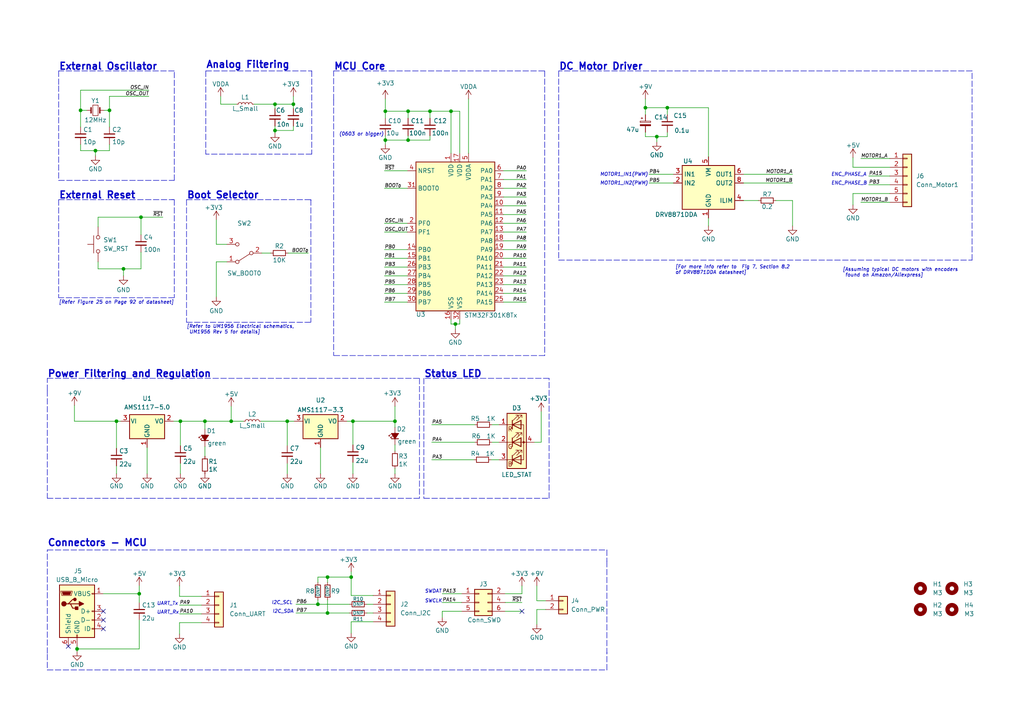
<source format=kicad_sch>
(kicad_sch (version 20211123) (generator eeschema)
  (paper "A4")
  (title_block (title "STM32F303K8-based DC Motor Controller") (date "2023-01-18") (rev "0.1"))
  (lib_symbols
    (symbol "Connector:USB_B_Micro" (pin_names (offset 1.016))
      (property "Reference" "J" (at -5.08 11.43 0))
      (property "Value" "USB_B_Micro" (at -5.08 8.89 0))
      (symbol "USB_B_Micro_1_1"
        (pin power_out line (at 7.62 5.08 180) (length 2.54) (name "VBUS") (number "1"))
        (pin bidirectional line (at 7.62 -2.54 180) (length 2.54) (name "D-") (number "2"))
        (pin bidirectional line (at 7.62 0 180) (length 2.54) (name "D+") (number "3"))
        (pin passive line (at 7.62 -5.08 180) (length 2.54) (name "ID") (number "4"))
        (pin power_out line (at 0 -10.16 90) (length 2.54) (name "GND") (number "5"))
        (pin passive line (at -2.54 -10.16 90) (length 2.54) (name "Shield") (number "6"))
      )
    )
    (symbol "Connector_Generic:Conn_01x02" (pin_names (offset 1.016) hide)
      (property "Reference" "J" (at 0 2.54 0))
      (property "Value" "Conn_01x02" (at 0 -5.08 0))
      (symbol "Conn_01x02_1_1"
        (pin passive line (at -5.08 0 0) (length 3.81) (name "Pin_1") (number "1"))
        (pin passive line (at -5.08 -2.54 0) (length 3.81) (name "Pin_2") (number "2"))
      )
    )
    (symbol "Connector_Generic:Conn_01x04" (pin_names (offset 1.016) hide)
      (property "Reference" "J" (at 0 5.08 0))
      (property "Value" "Conn_01x04" (at 0 -7.62 0))
      (symbol "Conn_01x04_1_1"
        (pin passive line (at -5.08 2.54 0) (length 3.81) (name "Pin_1") (number "1"))
        (pin passive line (at -5.08 0 0) (length 3.81) (name "Pin_2") (number "2"))
        (pin passive line (at -5.08 -2.54 0) (length 3.81) (name "Pin_3") (number "3"))
        (pin passive line (at -5.08 -5.08 0) (length 3.81) (name "Pin_4") (number "4"))
      )
    )
    (symbol "Connector_Generic:Conn_01x06" (pin_names (offset 1.016) hide)
      (property "Reference" "J" (at 0 7.62 0))
      (property "Value" "Conn_01x06" (at 0 -10.16 0))
      (symbol "Conn_01x06_1_1"
        (pin passive line (at -5.08 5.08 0) (length 3.81) (name "Pin_1") (number "1"))
        (pin passive line (at -5.08 2.54 0) (length 3.81) (name "Pin_2") (number "2"))
        (pin passive line (at -5.08 0 0) (length 3.81) (name "Pin_3") (number "3"))
        (pin passive line (at -5.08 -2.54 0) (length 3.81) (name "Pin_4") (number "4"))
        (pin passive line (at -5.08 -5.08 0) (length 3.81) (name "Pin_5") (number "5"))
        (pin passive line (at -5.08 -7.62 0) (length 3.81) (name "Pin_6") (number "6"))
      )
    )
    (symbol "Connector_Generic:Conn_02x03_Odd_Even" (pin_names (offset 1.016) hide)
      (property "Reference" "J" (at 1.27 5.08 0))
      (property "Value" "Conn_02x03_Odd_Even" (at 1.27 -5.08 0))
      (symbol "Conn_02x03_Odd_Even_1_1"
        (pin passive line (at -5.08 2.54 0) (length 3.81) (name "Pin_1") (number "1"))
        (pin passive line (at 7.62 2.54 180) (length 3.81) (name "Pin_2") (number "2"))
        (pin passive line (at -5.08 0 0) (length 3.81) (name "Pin_3") (number "3"))
        (pin passive line (at 7.62 0 180) (length 3.81) (name "Pin_4") (number "4"))
        (pin passive line (at -5.08 -2.54 0) (length 3.81) (name "Pin_5") (number "5"))
        (pin passive line (at 7.62 -2.54 180) (length 3.81) (name "Pin_6") (number "6"))
      )
    )
    (symbol "Device:C_Polarized_Small" (pin_numbers hide) (pin_names (offset 0.254) hide)
      (property "Reference" "C" (at 0.254 1.778 0))
      (property "Value" "C_Polarized_Small" (at 0.254 -2.032 0))
      (symbol "C_Polarized_Small_1_1"
        (pin passive line (at 0 2.54 270) (length 1.8542) (name "~") (number "1"))
        (pin passive line (at 0 -2.54 90) (length 1.8542) (name "~") (number "2"))
      )
    )
    (symbol "Device:C_Small" (pin_numbers hide) (pin_names (offset 0.254) hide)
      (property "Reference" "C" (at 0.254 1.778 0))
      (property "Value" "C_Small" (at 0.254 -2.032 0))
      (symbol "C_Small_1_1"
        (pin passive line (at 0 2.54 270) (length 2.032) (name "~") (number "1"))
        (pin passive line (at 0 -2.54 90) (length 2.032) (name "~") (number "2"))
      )
    )
    (symbol "Device:Crystal_Small" (pin_numbers hide) (pin_names (offset 1.016) hide)
      (property "Reference" "Y" (at 0 2.54 0))
      (property "Value" "Crystal_Small" (at 0 -2.54 0))
      (symbol "Crystal_Small_1_1"
        (pin passive line (at -2.54 0 0) (length 1.27) (name "1") (number "1"))
        (pin passive line (at 2.54 0 180) (length 1.27) (name "2") (number "2"))
      )
    )
    (symbol "Device:LED_RGBA" (pin_names (offset 0) hide)
      (property "Reference" "D" (at 0 9.398 0))
      (property "Value" "LED_RGBA" (at 0 -8.89 0))
      (symbol "LED_RGBA_0_0"
        (text "B" (at -1.905 -6.35 0) (effects (font (size 1.27 1.27))))
        (text "G" (at -1.905 -1.27 0) (effects (font (size 1.27 1.27))))
        (text "R" (at -1.905 3.81 0) (effects (font (size 1.27 1.27))))
      )
      (symbol "LED_RGBA_1_1"
        (pin passive line (at -5.08 5.08 0) (length 2.54) (name "RK") (number "1"))
        (pin passive line (at -5.08 0 0) (length 2.54) (name "GK") (number "2"))
        (pin passive line (at -5.08 -5.08 0) (length 2.54) (name "BK") (number "3"))
        (pin passive line (at 5.08 0 180) (length 2.54) (name "A") (number "4"))
      )
    )
    (symbol "Device:LED_Small_Filled" (pin_numbers hide) (pin_names (offset 0.254) hide)
      (property "Reference" "D" (at -1.27 3.175 0))
      (property "Value" "LED_Small_Filled" (at -4.445 -2.54 0))
      (symbol "LED_Small_Filled_1_1"
        (pin passive line (at -2.54 0 0) (length 1.778) (name "K") (number "1"))
        (pin passive line (at 2.54 0 180) (length 1.778) (name "A") (number "2"))
      )
    )
    (symbol "Device:L_Small" (pin_numbers hide) (pin_names (offset 0.254) hide)
      (property "Reference" "L" (at 0.762 1.016 0))
      (property "Value" "L_Small" (at 0.762 -1.016 0))
      (symbol "L_Small_1_1"
        (pin passive line (at 0 2.54 270) (length 0.508) (name "~") (number "1"))
        (pin passive line (at 0 -2.54 90) (length 0.508) (name "~") (number "2"))
      )
    )
    (symbol "Device:R_Small" (pin_numbers hide) (pin_names (offset 0.254) hide)
      (property "Reference" "R" (at 0.762 0.508 0))
      (property "Value" "R_Small" (at 0.762 -1.016 0))
      (symbol "R_Small_1_1"
        (pin passive line (at 0 2.54 270) (length 0.762) (name "~") (number "1"))
        (pin passive line (at 0 -2.54 90) (length 0.762) (name "~") (number "2"))
      )
    )
    (symbol "Driver_Motor:DRV8871DDA"
      (property "Reference" "U" (at -6.35 6.35 0))
      (property "Value" "DRV8871DDA" (at 8.89 6.35 0))
      (symbol "DRV8871DDA_1_1"
        (pin power_in line (at 0 -10.16 90) (length 2.54) (name "GND") (number "1"))
        (pin input line (at -10.16 0 0) (length 2.54) (name "IN2") (number "2"))
        (pin input line (at -10.16 2.54 0) (length 2.54) (name "IN1") (number "3"))
        (pin passive line (at 10.16 -5.08 180) (length 2.54) (name "ILIM") (number "4"))
        (pin power_in line (at 0 7.62 270) (length 2.54) (name "VM") (number "5"))
        (pin output line (at 10.16 2.54 180) (length 2.54) (name "OUT1") (number "6"))
        (pin passive line (at 0 -10.16 90) (length 2.54) hide (name "GND") (number "7"))
        (pin output line (at 10.16 0 180) (length 2.54) (name "OUT2") (number "8"))
        (pin passive line (at 0 -10.16 90) (length 2.54) hide (name "GND") (number "9"))
      )
    )
    (symbol "MCU_ST_STM32F3:STM32F301K8Tx"
      (property "Reference" "U" (at -12.7 21.59 0))
      (property "Value" "STM32F301K8Tx" (at 5.08 21.59 0))
      (symbol "STM32F301K8Tx_1_1"
        (pin power_in line (at -2.54 22.86 270) (length 2.54) (name "VDD") (number "1"))
        (pin bidirectional line (at 12.7 7.62 180) (length 2.54) (name "PA4") (number "10"))
        (pin bidirectional line (at 12.7 5.08 180) (length 2.54) (name "PA5") (number "11"))
        (pin bidirectional line (at 12.7 2.54 180) (length 2.54) (name "PA6") (number "12"))
        (pin bidirectional line (at 12.7 0 180) (length 2.54) (name "PA7") (number "13"))
        (pin bidirectional line (at -15.24 -5.08 0) (length 2.54) (name "PB0") (number "14"))
        (pin bidirectional line (at -15.24 -7.62 0) (length 2.54) (name "PB1") (number "15"))
        (pin power_in line (at -2.54 -25.4 90) (length 2.54) (name "VSS") (number "16"))
        (pin power_in line (at 0 22.86 270) (length 2.54) (name "VDD") (number "17"))
        (pin bidirectional line (at 12.7 -2.54 180) (length 2.54) (name "PA8") (number "18"))
        (pin bidirectional line (at 12.7 -5.08 180) (length 2.54) (name "PA9") (number "19"))
        (pin input line (at -15.24 2.54 0) (length 2.54) (name "PF0") (number "2"))
        (pin bidirectional line (at 12.7 -7.62 180) (length 2.54) (name "PA10") (number "20"))
        (pin bidirectional line (at 12.7 -10.16 180) (length 2.54) (name "PA11") (number "21"))
        (pin bidirectional line (at 12.7 -12.7 180) (length 2.54) (name "PA12") (number "22"))
        (pin bidirectional line (at 12.7 -15.24 180) (length 2.54) (name "PA13") (number "23"))
        (pin bidirectional line (at 12.7 -17.78 180) (length 2.54) (name "PA14") (number "24"))
        (pin bidirectional line (at 12.7 -20.32 180) (length 2.54) (name "PA15") (number "25"))
        (pin bidirectional line (at -15.24 -10.16 0) (length 2.54) (name "PB3") (number "26"))
        (pin bidirectional line (at -15.24 -12.7 0) (length 2.54) (name "PB4") (number "27"))
        (pin bidirectional line (at -15.24 -15.24 0) (length 2.54) (name "PB5") (number "28"))
        (pin bidirectional line (at -15.24 -17.78 0) (length 2.54) (name "PB6") (number "29"))
        (pin input line (at -15.24 0 0) (length 2.54) (name "PF1") (number "3"))
        (pin bidirectional line (at -15.24 -20.32 0) (length 2.54) (name "PB7") (number "30"))
        (pin input line (at -15.24 12.7 0) (length 2.54) (name "BOOT0") (number "31"))
        (pin power_in line (at 0 -25.4 90) (length 2.54) (name "VSS") (number "32"))
        (pin input line (at -15.24 17.78 0) (length 2.54) (name "NRST") (number "4"))
        (pin power_in line (at 2.54 22.86 270) (length 2.54) (name "VDDA") (number "5"))
        (pin bidirectional line (at 12.7 17.78 180) (length 2.54) (name "PA0") (number "6"))
        (pin bidirectional line (at 12.7 15.24 180) (length 2.54) (name "PA1") (number "7"))
        (pin bidirectional line (at 12.7 12.7 180) (length 2.54) (name "PA2") (number "8"))
        (pin bidirectional line (at 12.7 10.16 180) (length 2.54) (name "PA3") (number "9"))
      )
    )
    (symbol "Mechanical:MountingHole" (pin_names (offset 1.016))
      (property "Reference" "H" (at 0 5.08 0))
      (property "Value" "MountingHole" (at 0 3.175 0))
    )
    (symbol "Regulator_Linear:AMS1117-3.3" (pin_names (offset 0.254))
      (property "Reference" "U" (at -3.81 3.175 0))
      (property "Value" "AMS1117-3.3" (at 0 3.175 0))
      (symbol "AMS1117-3.3_1_1"
        (pin power_in line (at 0 -7.62 90) (length 2.54) (name "GND") (number "1"))
        (pin power_out line (at 7.62 0 180) (length 2.54) (name "VO") (number "2"))
        (pin power_in line (at -7.62 0 0) (length 2.54) (name "VI") (number "3"))
      )
    )
    (symbol "Regulator_Linear:AMS1117-5.0" (pin_names (offset 0.254))
      (property "Reference" "U" (at -3.81 3.175 0))
      (property "Value" "AMS1117-5.0" (at 0 3.175 0))
      (symbol "AMS1117-5.0_1_1"
        (pin power_in line (at 0 -7.62 90) (length 2.54) (name "GND") (number "1"))
        (pin power_out line (at 7.62 0 180) (length 2.54) (name "VO") (number "2"))
        (pin power_in line (at -7.62 0 0) (length 2.54) (name "VI") (number "3"))
      )
    )
    (symbol "Switch:SW_Push" (pin_numbers hide) (pin_names (offset 1.016) hide)
      (property "Reference" "SW" (at 1.27 2.54 0))
      (property "Value" "SW_Push" (at 0 -1.524 0))
      (symbol "SW_Push_0_1"
        (pin passive line (at -5.08 0 0) (length 2.54) (name "1") (number "1"))
        (pin passive line (at 5.08 0 180) (length 2.54) (name "2") (number "2"))
      )
    )
    (symbol "Switch:SW_SPDT" (pin_names (offset 0) hide)
      (property "Reference" "SW" (at 0 4.318 0))
      (property "Value" "SW_SPDT" (at 0 -5.08 0))
      (symbol "SW_SPDT_1_1"
        (pin passive line (at 5.08 2.54 180) (length 2.54) (name "A") (number "1"))
        (pin passive line (at -5.08 0 0) (length 2.54) (name "B") (number "2"))
        (pin passive line (at 5.08 -2.54 180) (length 2.54) (name "C") (number "3"))
      )
    )
    (symbol "power:+3V3" (power) (pin_names (offset 0))
      (property "Value" "+3V3" (at 0 3.556 0))
      (symbol "+3V3_1_1"
        (pin power_in line (at 0 0 90) (length 0) hide (name "+3V3") (number "1"))
      )
    )
    (symbol "power:+5V" (power) (pin_names (offset 0))
      (property "Value" "+5V" (at 0 3.556 0))
      (symbol "+5V_1_1"
        (pin power_in line (at 0 0 90) (length 0) hide (name "+5V") (number "1"))
      )
    )
    (symbol "power:+9V" (power) (pin_names (offset 0))
      (property "Value" "+9V" (at 0 3.556 0))
      (symbol "+9V_1_1"
        (pin power_in line (at 0 0 90) (length 0) hide (name "+9V") (number "1"))
      )
    )
    (symbol "power:GND" (power) (pin_names (offset 0))
      (property "Value" "GND" (at 0 -3.81 0))
      (symbol "GND_1_1"
        (pin power_in line (at 0 0 270) (length 0) hide (name "GND") (number "1"))
      )
    )
    (symbol "power:VDDA" (power) (pin_names (offset 0))
      (property "Value" "VDDA" (at 0 3.81 0))
      (symbol "VDDA_1_1"
        (pin power_in line (at 0 0 90) (length 0) hide (name "VDDA") (number "1"))
      )
    )
  )
  (junction (at 79.756 30.226))
  (junction (at 101.854 167.386))
  (junction (at 35.814 77.978))
  (junction (at 114.554 122.174))
  (junction (at 79.756 37.846))
  (junction (at 187.198 31.242))
  (junction (at 94.996 167.386))
  (junction (at 111.76 32.258))
  (junction (at 22.352 188.214))
  (junction (at 52.324 122.174))
  (junction (at 102.362 122.174))
  (junction (at 94.996 177.8))
  (junction (at 33.782 122.174))
  (junction (at 23.368 32.004))
  (junction (at 124.714 32.258))
  (junction (at 59.436 122.174))
  (junction (at 40.894 62.992))
  (junction (at 67.056 122.174))
  (junction (at 40.386 172.212))
  (junction (at 85.09 30.226))
  (junction (at 130.81 32.258))
  (junction (at 118.364 40.64))
  (junction (at 27.686 43.688))
  (junction (at 118.364 32.258))
  (junction (at 132.08 93.98))
  (junction (at 193.548 31.242))
  (junction (at 111.76 40.64))
  (junction (at 190.5 39.624))
  (junction (at 92.202 175.26))
  (junction (at 31.75 32.004))
  (junction (at 83.312 122.174))
  (no_connect (at 151.384 177.292))
  (no_connect (at 29.972 182.372))
  (no_connect (at 29.972 179.832))
  (no_connect (at 29.972 177.292))
  (no_connect (at 19.812 187.452))
  (wire (pts (xy 152.654 82.55) (xy 146.05 82.55)))
  (wire (pts (xy 102.362 134.112) (xy 102.362 137.414)))
  (polyline (pts (xy 157.988 103.124) (xy 96.774 103.124)))
  (wire (pts (xy 59.436 122.174) (xy 67.056 122.174)))
  (wire (pts (xy 151.384 169.926) (xy 151.384 172.212)))
  (wire (pts (xy 40.894 62.992) (xy 47.244 62.992)))
  (wire (pts (xy 114.554 135.89) (xy 114.554 137.414)))
  (wire (pts (xy 33.782 130.048) (xy 33.782 122.174)))
  (wire (pts (xy 152.654 62.23) (xy 146.05 62.23)))
  (wire (pts (xy 31.75 41.91) (xy 31.75 43.688)))
  (wire (pts (xy 118.364 39.37) (xy 118.364 40.64)))
  (wire (pts (xy 152.654 80.01) (xy 146.05 80.01)))
  (wire (pts (xy 31.75 43.688) (xy 27.686 43.688)))
  (wire (pts (xy 249.682 45.974) (xy 258.064 45.974)))
  (wire (pts (xy 118.11 54.61) (xy 111.506 54.61)))
  (polyline (pts (xy 157.988 20.574) (xy 157.988 103.124)))
  (wire (pts (xy 229.87 53.086) (xy 215.646 53.086)))
  (wire (pts (xy 152.654 59.69) (xy 146.05 59.69)))
  (wire (pts (xy 101.854 180.34) (xy 101.854 183.642)))
  (wire (pts (xy 154.94 128.27) (xy 156.972 128.27)))
  (wire (pts (xy 35.814 77.978) (xy 28.448 77.978)))
  (wire (pts (xy 247.396 48.514) (xy 247.396 45.72)))
  (wire (pts (xy 40.386 188.214) (xy 40.386 179.832)))
  (wire (pts (xy 108.204 180.34) (xy 101.854 180.34)))
  (polyline (pts (xy 90.17 57.912) (xy 90.17 93.472)))
  (wire (pts (xy 28.448 62.992) (xy 28.448 65.786)))
  (wire (pts (xy 75.692 122.174) (xy 83.312 122.174)))
  (wire (pts (xy 22.352 187.452) (xy 22.352 188.214)))
  (wire (pts (xy 205.486 63.246) (xy 205.486 65.532)))
  (wire (pts (xy 94.996 167.386) (xy 101.854 167.386)))
  (wire (pts (xy 106.426 177.8) (xy 108.204 177.8)))
  (wire (pts (xy 92.202 173.99) (xy 92.202 175.26)))
  (polyline (pts (xy 59.69 20.574) (xy 59.69 44.704)))
  (polyline (pts (xy 90.424 44.704) (xy 59.69 44.704)))
  (wire (pts (xy 132.08 95.504) (xy 132.08 93.98)))
  (wire (pts (xy 152.654 69.85) (xy 146.05 69.85)))
  (wire (pts (xy 59.436 122.174) (xy 59.436 124.46)))
  (wire (pts (xy 111.76 39.37) (xy 111.76 40.64)))
  (wire (pts (xy 142.748 128.27) (xy 144.78 128.27)))
  (wire (pts (xy 85.09 27.94) (xy 85.09 30.226)))
  (wire (pts (xy 79.756 37.846) (xy 79.756 38.608)))
  (wire (pts (xy 58.42 180.594) (xy 52.07 180.594)))
  (wire (pts (xy 59.436 129.54) (xy 59.436 132.334)))
  (wire (pts (xy 111.76 32.258) (xy 118.364 32.258)))
  (wire (pts (xy 118.11 87.63) (xy 111.506 87.63)))
  (wire (pts (xy 118.11 49.53) (xy 111.506 49.53)))
  (wire (pts (xy 106.426 175.26) (xy 108.204 175.26)))
  (wire (pts (xy 33.782 135.128) (xy 33.782 137.414)))
  (polyline (pts (xy 13.716 113.284) (xy 13.716 109.728)))
  (wire (pts (xy 83.566 73.406) (xy 89.408 73.406)))
  (wire (pts (xy 94.996 168.91) (xy 94.996 167.386)))
  (polyline (pts (xy 121.666 109.728) (xy 121.666 144.526)))
  (polyline (pts (xy 54.102 57.912) (xy 90.17 57.912)))
  (wire (pts (xy 65.786 70.866) (xy 62.738 70.866)))
  (wire (pts (xy 23.368 43.688) (xy 23.368 41.91)))
  (wire (pts (xy 142.494 133.35) (xy 144.78 133.35)))
  (wire (pts (xy 251.968 51.054) (xy 258.064 51.054)))
  (wire (pts (xy 155.702 176.784) (xy 155.702 181.102)))
  (wire (pts (xy 118.11 82.55) (xy 111.506 82.55)))
  (wire (pts (xy 25.146 32.004) (xy 23.368 32.004)))
  (wire (pts (xy 75.946 73.406) (xy 78.486 73.406)))
  (polyline (pts (xy 17.018 24.892) (xy 17.018 52.324)))
  (wire (pts (xy 35.814 77.978) (xy 40.894 77.978)))
  (wire (pts (xy 229.87 58.166) (xy 225.044 58.166)))
  (wire (pts (xy 130.81 32.258) (xy 133.35 32.258)))
  (wire (pts (xy 40.386 169.926) (xy 40.386 172.212)))
  (polyline (pts (xy 59.69 20.574) (xy 90.424 20.574)))
  (polyline (pts (xy 90.424 20.574) (xy 90.424 20.828)))
  (wire (pts (xy 195.326 50.546) (xy 188.214 50.546)))
  (wire (pts (xy 155.702 174.244) (xy 158.242 174.244)))
  (wire (pts (xy 133.35 93.98) (xy 132.08 93.98)))
  (wire (pts (xy 151.384 172.212) (xy 146.558 172.212)))
  (wire (pts (xy 247.396 48.514) (xy 258.064 48.514)))
  (wire (pts (xy 31.75 32.004) (xy 31.75 27.94)))
  (wire (pts (xy 21.59 122.174) (xy 21.59 117.602)))
  (wire (pts (xy 111.76 40.64) (xy 111.76 41.91)))
  (wire (pts (xy 85.852 177.8) (xy 94.996 177.8)))
  (polyline (pts (xy 13.716 162.306) (xy 13.716 159.512)))
  (polyline (pts (xy 13.716 109.728) (xy 90.17 109.728)))
  (polyline (pts (xy 90.17 57.912) (xy 90.17 58.166)))
  (wire (pts (xy 23.368 32.004) (xy 23.368 36.83)))
  (wire (pts (xy 205.486 31.242) (xy 205.486 45.466)))
  (wire (pts (xy 151.384 177.292) (xy 146.558 177.292)))
  (wire (pts (xy 83.312 122.174) (xy 83.312 129.286)))
  (wire (pts (xy 92.202 175.26) (xy 101.346 175.26)))
  (wire (pts (xy 125.222 128.27) (xy 137.668 128.27)))
  (polyline (pts (xy 50.546 86.36) (xy 17.018 86.36)))
  (polyline (pts (xy 17.018 52.324) (xy 50.546 52.324)))
  (wire (pts (xy 188.214 53.086) (xy 195.326 53.086)))
  (wire (pts (xy 73.66 30.226) (xy 79.756 30.226)))
  (wire (pts (xy 190.5 39.624) (xy 190.5 41.148)))
  (wire (pts (xy 193.548 38.354) (xy 193.548 39.624)))
  (wire (pts (xy 152.654 87.63) (xy 146.05 87.63)))
  (polyline (pts (xy 54.102 93.472) (xy 90.17 93.472)))
  (polyline (pts (xy 162.052 75.438) (xy 281.94 75.438)))
  (wire (pts (xy 40.894 68.072) (xy 40.894 62.992)))
  (wire (pts (xy 94.996 167.386) (xy 92.202 167.386)))
  (wire (pts (xy 111.76 32.258) (xy 111.76 34.29)))
  (wire (pts (xy 251.968 53.594) (xy 258.064 53.594)))
  (wire (pts (xy 156.972 119.38) (xy 156.972 128.27)))
  (wire (pts (xy 40.894 62.992) (xy 28.448 62.992)))
  (wire (pts (xy 146.558 174.752) (xy 151.384 174.752)))
  (polyline (pts (xy 162.052 20.574) (xy 162.052 75.438)))
  (wire (pts (xy 152.654 72.39) (xy 146.05 72.39)))
  (polyline (pts (xy 17.018 57.912) (xy 50.546 57.912)))
  (wire (pts (xy 83.312 134.366) (xy 83.312 137.414)))
  (wire (pts (xy 114.554 129.032) (xy 114.554 130.81)))
  (wire (pts (xy 94.996 173.99) (xy 94.996 177.8)))
  (wire (pts (xy 108.204 172.72) (xy 101.854 172.72)))
  (wire (pts (xy 133.35 44.45) (xy 133.35 32.258)))
  (wire (pts (xy 135.89 44.45) (xy 135.89 28.702)))
  (wire (pts (xy 35.814 80.01) (xy 35.814 77.978)))
  (wire (pts (xy 193.548 39.624) (xy 190.5 39.624)))
  (wire (pts (xy 118.11 74.93) (xy 111.506 74.93)))
  (wire (pts (xy 64.008 27.94) (xy 64.008 30.226)))
  (wire (pts (xy 187.198 28.702) (xy 187.198 31.242)))
  (wire (pts (xy 102.362 122.174) (xy 100.584 122.174)))
  (wire (pts (xy 124.714 40.64) (xy 118.364 40.64)))
  (polyline (pts (xy 50.546 57.912) (xy 50.546 86.36)))
  (wire (pts (xy 85.09 30.226) (xy 79.756 30.226)))
  (polyline (pts (xy 176.022 162.814) (xy 176.022 189.484)))
  (wire (pts (xy 52.07 178.054) (xy 58.42 178.054)))
  (wire (pts (xy 23.368 26.162) (xy 43.18 26.162)))
  (polyline (pts (xy 49.784 57.912) (xy 50.546 57.912)))
  (polyline (pts (xy 17.018 86.36) (xy 17.78 86.36)))
  (wire (pts (xy 40.386 172.212) (xy 40.386 174.752)))
  (wire (pts (xy 193.548 33.274) (xy 193.548 31.242)))
  (wire (pts (xy 152.654 54.61) (xy 146.05 54.61)))
  (wire (pts (xy 111.506 67.31) (xy 118.11 67.31)))
  (wire (pts (xy 187.198 31.242) (xy 193.548 31.242)))
  (wire (pts (xy 229.87 65.532) (xy 229.87 58.166)))
  (wire (pts (xy 50.292 122.174) (xy 52.324 122.174)))
  (wire (pts (xy 22.352 188.214) (xy 40.386 188.214)))
  (wire (pts (xy 62.738 63.754) (xy 62.738 70.866)))
  (wire (pts (xy 247.396 56.134) (xy 247.396 59.436)))
  (wire (pts (xy 52.324 122.174) (xy 52.324 129.286)))
  (wire (pts (xy 249.682 58.674) (xy 258.064 58.674)))
  (wire (pts (xy 101.854 165.862) (xy 101.854 167.386)))
  (wire (pts (xy 133.858 177.292) (xy 128.27 177.292)))
  (wire (pts (xy 137.414 133.35) (xy 125.222 133.35)))
  (polyline (pts (xy 122.936 109.728) (xy 122.936 144.526)))
  (polyline (pts (xy 122.936 144.526) (xy 159.258 144.526)))
  (wire (pts (xy 27.686 45.212) (xy 27.686 43.688)))
  (wire (pts (xy 31.75 32.004) (xy 31.75 36.83)))
  (polyline (pts (xy 13.716 189.738) (xy 13.716 194.31)))
  (polyline (pts (xy 281.94 20.574) (xy 162.052 20.574)))
  (polyline (pts (xy 17.018 20.574) (xy 17.018 24.892)))
  (wire (pts (xy 33.782 122.174) (xy 35.052 122.174)))
  (wire (pts (xy 118.364 32.258) (xy 118.364 34.29)))
  (wire (pts (xy 65.786 75.946) (xy 62.738 75.946)))
  (wire (pts (xy 62.738 75.946) (xy 62.738 86.106)))
  (polyline (pts (xy 121.666 144.526) (xy 90.17 144.526)))
  (wire (pts (xy 85.852 175.26) (xy 92.202 175.26)))
  (wire (pts (xy 23.368 32.004) (xy 23.368 26.162)))
  (wire (pts (xy 101.854 167.386) (xy 101.854 172.72)))
  (polyline (pts (xy 281.94 75.438) (xy 281.94 20.574)))
  (wire (pts (xy 92.202 167.386) (xy 92.202 168.91)))
  (wire (pts (xy 83.312 122.174) (xy 85.344 122.174)))
  (wire (pts (xy 124.714 39.37) (xy 124.714 40.64)))
  (wire (pts (xy 92.964 129.794) (xy 92.964 137.414)))
  (wire (pts (xy 85.09 37.846) (xy 79.756 37.846)))
  (wire (pts (xy 142.748 123.19) (xy 144.78 123.19)))
  (polyline (pts (xy 90.424 20.574) (xy 90.424 44.704)))
  (wire (pts (xy 94.996 177.8) (xy 101.346 177.8)))
  (polyline (pts (xy 96.774 28.956) (xy 96.774 103.124)))
  (wire (pts (xy 124.714 32.258) (xy 124.714 34.29)))
  (wire (pts (xy 190.5 39.624) (xy 187.198 39.624)))
  (wire (pts (xy 111.76 28.702) (xy 111.76 32.258)))
  (wire (pts (xy 152.654 57.15) (xy 146.05 57.15)))
  (wire (pts (xy 79.756 30.226) (xy 79.756 31.496)))
  (polyline (pts (xy 13.716 159.512) (xy 176.022 159.512)))
  (wire (pts (xy 132.08 93.98) (xy 130.81 93.98)))
  (wire (pts (xy 85.09 31.496) (xy 85.09 30.226)))
  (wire (pts (xy 58.42 172.974) (xy 52.07 172.974)))
  (wire (pts (xy 52.324 134.366) (xy 52.324 137.414)))
  (wire (pts (xy 118.11 77.47) (xy 111.506 77.47)))
  (wire (pts (xy 124.714 32.258) (xy 130.81 32.258)))
  (wire (pts (xy 79.756 36.576) (xy 79.756 37.846)))
  (wire (pts (xy 114.554 122.174) (xy 114.554 117.856)))
  (wire (pts (xy 52.07 180.594) (xy 52.07 183.896)))
  (polyline (pts (xy 96.774 20.574) (xy 157.988 20.574)))
  (wire (pts (xy 22.352 188.214) (xy 22.352 188.976)))
  (polyline (pts (xy 13.716 113.284) (xy 13.716 144.526)))
  (wire (pts (xy 33.782 122.174) (xy 21.59 122.174)))
  (wire (pts (xy 118.11 64.77) (xy 111.506 64.77)))
  (wire (pts (xy 130.81 92.71) (xy 130.81 93.98)))
  (polyline (pts (xy 13.716 194.31) (xy 176.022 194.31)))
  (wire (pts (xy 52.07 169.926) (xy 52.07 172.974)))
  (wire (pts (xy 27.686 43.688) (xy 23.368 43.688)))
  (wire (pts (xy 155.702 169.926) (xy 155.702 174.244)))
  (wire (pts (xy 152.654 52.07) (xy 146.05 52.07)))
  (wire (pts (xy 152.654 85.09) (xy 146.05 85.09)))
  (wire (pts (xy 215.646 58.166) (xy 219.964 58.166)))
  (wire (pts (xy 130.81 32.258) (xy 130.81 44.45)))
  (wire (pts (xy 152.654 64.77) (xy 146.05 64.77)))
  (wire (pts (xy 247.396 56.134) (xy 258.064 56.134)))
  (wire (pts (xy 118.364 40.64) (xy 111.76 40.64)))
  (wire (pts (xy 118.11 85.09) (xy 111.506 85.09)))
  (wire (pts (xy 64.008 30.226) (xy 68.58 30.226)))
  (wire (pts (xy 31.75 27.94) (xy 43.18 27.94)))
  (wire (pts (xy 67.056 117.856) (xy 67.056 122.174)))
  (polyline (pts (xy 90.17 109.728) (xy 121.666 109.728)))
  (wire (pts (xy 137.668 123.19) (xy 125.222 123.19)))
  (polyline (pts (xy 54.102 57.912) (xy 54.102 93.472)))
  (polyline (pts (xy 159.258 144.526) (xy 159.258 109.728)))
  (wire (pts (xy 28.448 77.978) (xy 28.448 75.946)))
  (wire (pts (xy 118.11 80.01) (xy 111.506 80.01)))
  (wire (pts (xy 30.226 32.004) (xy 31.75 32.004)))
  (wire (pts (xy 118.11 72.39) (xy 111.506 72.39)))
  (wire (pts (xy 42.672 129.794) (xy 42.672 137.414)))
  (wire (pts (xy 114.554 122.174) (xy 114.554 123.952)))
  (polyline (pts (xy 50.546 52.324) (xy 50.546 20.574)))
  (wire (pts (xy 152.654 74.93) (xy 146.05 74.93)))
  (wire (pts (xy 40.894 77.978) (xy 40.894 73.152)))
  (wire (pts (xy 40.386 172.212) (xy 29.972 172.212)))
  (wire (pts (xy 133.858 172.212) (xy 128.27 172.212)))
  (polyline (pts (xy 13.716 144.526) (xy 90.17 144.526)))
  (wire (pts (xy 133.35 92.71) (xy 133.35 93.98)))
  (wire (pts (xy 193.548 31.242) (xy 205.486 31.242)))
  (polyline (pts (xy 159.258 109.728) (xy 122.936 109.728)))
  (wire (pts (xy 187.198 31.242) (xy 187.198 33.274)))
  (wire (pts (xy 187.198 39.624) (xy 187.198 38.354)))
  (wire (pts (xy 128.27 174.752) (xy 133.858 174.752)))
  (wire (pts (xy 52.324 122.174) (xy 59.436 122.174)))
  (polyline (pts (xy 50.546 20.574) (xy 17.018 20.574)))
  (wire (pts (xy 85.09 36.576) (xy 85.09 37.846)))
  (wire (pts (xy 128.27 177.292) (xy 128.27 179.07)))
  (polyline (pts (xy 96.774 28.956) (xy 96.774 20.574)))
  (wire (pts (xy 155.702 176.784) (xy 158.242 176.784)))
  (wire (pts (xy 118.364 32.258) (xy 124.714 32.258)))
  (wire (pts (xy 52.07 175.514) (xy 58.42 175.514)))
  (wire (pts (xy 67.056 122.174) (xy 70.612 122.174)))
  (polyline (pts (xy 13.716 189.484) (xy 13.716 162.814)))
  (wire (pts (xy 114.554 122.174) (xy 102.362 122.174)))
  (wire (pts (xy 146.05 49.53) (xy 152.654 49.53)))
  (polyline (pts (xy 17.018 57.912) (xy 17.018 86.36)))
  (wire (pts (xy 152.654 77.47) (xy 146.05 77.47)))
  (wire (pts (xy 102.362 122.174) (xy 102.362 129.032)))
  (wire (pts (xy 152.654 67.31) (xy 146.05 67.31)))
  (polyline (pts (xy 176.022 159.512) (xy 176.022 162.814)))
  (wire (pts (xy 215.646 50.546) (xy 229.87 50.546)))
  (polyline (pts (xy 176.022 194.31) (xy 176.022 189.23)))
  (text "[Assuming typical DC motors with encoders\n found on Amazon/Aliexpress]" (at 244.348 80.518 0) (effects (font (size 1 1) italic) (justify left bottom)))
  (text "ENC_PHASE_A" (at 241.046 51.308 0) (effects (font (size 1 1) italic) (justify left bottom)))
  (text "DC Motor Driver" (at 162.052 20.574 0) (effects (font (size 2 2) (thickness 0.4) bold) (justify left bottom)))
  (text "External Oscillator" (at 17.018 20.574 0) (effects (font (size 2 2) (thickness 0.4) bold) (justify left bottom)))
  (text "SWDAT" (at 123.19 172.212 0) (effects (font (size 1 1) italic) (justify left bottom)))
  (text "I2C_SDA" (at 78.994 178.054 0) (effects (font (size 1 1) italic) (justify left bottom)))
  (text "Analog Filtering" (at 59.69 20.066 0) (effects (font (size 2 2) (thickness 0.4) bold) (justify left bottom)))
  (text "[Refer to UM1956 Electrical schematics,\n UM1956 Rev 5 for details]" (at 54.102 97.028 0) (effects (font (size 1 1) italic) (justify left bottom)))
  (text "MOTOR1_IN1(PWM)" (at 173.99 51.308 0) (effects (font (size 1 1) italic) (justify left bottom)))
  (text "[Refer Figure 25 on Page 92 of datasheet]" (at 17.018 88.392 0) (effects (font (size 1 1) italic) (justify left bottom)))
  (text "External Reset" (at 17.018 57.912 0) (effects (font (size 2 2) (thickness 0.4) bold) (justify left bottom)))
  (text "Connectors - MCU" (at 13.716 158.75 0) (effects (font (size 2 2) (thickness 0.4) bold) (justify left bottom)))
  (text "I2C_SCL" (at 78.74 175.514 0) (effects (font (size 1 1) italic) (justify left bottom)))
  (text "(0603 or bigger)" (at 98.298 39.624 0) (effects (font (size 1 1) italic) (justify left bottom)))
  (text "ENC_PHASE_B" (at 241.046 53.848 0) (effects (font (size 1 1) italic) (justify left bottom)))
  (text "MOTOR1_IN2(PWM)" (at 173.99 53.848 0) (effects (font (size 1 1) italic) (justify left bottom)))
  (text "Power Filtering and Regulation" (at 13.716 109.728 0) (effects (font (size 2 2) (thickness 0.4) bold) (justify left bottom)))
  (text "UART_Rx" (at 45.466 178.308 0) (effects (font (size 1 1) italic) (justify left bottom)))
  (text "MCU Core" (at 96.774 20.574 0) (effects (font (size 2 2) bold) (justify left bottom)))
  (text "Boot Selector" (at 54.102 57.912 0) (effects (font (size 2 2) (thickness 0.4) bold) (justify left bottom)))
  (text "Status LED" (at 122.936 109.728 0) (effects (font (size 2 2) (thickness 0.4) bold) (justify left bottom)))
  (text "[For more info refer to  Fig 7, Section 8.2\nof DRV8871DDA datasheet]" (at 195.834 79.756 0) (effects (font (size 1 1) italic) (justify left bottom)))
  (text "UART_Tx" (at 45.466 175.768 0) (effects (font (size 1 1) italic) (justify left bottom)))
  (text "SWCLK" (at 123.19 175.006 0) (effects (font (size 1 1) italic) (justify left bottom)))
  (label "PA15" (at 251.968 51.054 0) (effects (font (size 1 1) italic)))
  (label "OSC_OUT" (at 111.506 67.31 0) (effects (font (size 1 1) italic)))
  (label "PA13" (at 128.27 172.212 0) (effects (font (size 1 1) italic)))
  (label "PA0" (at 152.654 49.53 180) (effects (font (size 1 1) italic)))
  (label "OSC_OUT" (at 43.18 27.94 180) (effects (font (size 1 1) italic)))
  (label "PB3" (at 111.506 77.47 0) (effects (font (size 1 1) italic)))
  (label "~{RST}" (at 151.384 174.752 180) (effects (font (size 1 1) italic)))
  (label "PA14" (at 152.654 85.09 180) (effects (font (size 1 1) italic)))
  (label "PA1" (at 152.654 52.07 180) (effects (font (size 1 1) italic)))
  (label "PA8" (at 152.654 69.85 180) (effects (font (size 1 1) italic)))
  (label "PB4" (at 111.506 80.01 0) (effects (font (size 1 1) italic)))
  (label "PA6" (at 152.654 64.77 180) (effects (font (size 1 1) italic)))
  (label "PA4" (at 125.222 128.27 0) (effects (font (size 1 1) italic)))
  (label "BOOT_{0}" (at 111.506 54.61 0) (effects (font (size 1 1) italic)))
  (label "PB6" (at 85.852 175.26 0) (effects (font (size 1 1) italic)))
  (label "PA13" (at 152.654 82.55 180) (effects (font (size 1 1) italic)))
  (label "MOTOR1_B" (at 249.682 58.674 0) (effects (font (size 1 1) italic)))
  (label "OSC_IN" (at 43.18 26.162 180) (effects (font (size 1 1) italic)))
  (label "PB7" (at 85.852 177.8 0) (effects (font (size 1 1) italic)))
  (label "OSC_IN" (at 111.506 64.77 0) (effects (font (size 1 1) italic)))
  (label "PB4" (at 188.214 50.546 0) (effects (font (size 1 1) italic)))
  (label "PA11" (at 152.654 77.47 180) (effects (font (size 1 1) italic)))
  (label "~{RST}" (at 111.506 49.53 0) (effects (font (size 1 1) italic)))
  (label "PA14" (at 128.27 174.752 0) (effects (font (size 1 1) italic)))
  (label "MOTOR1_A" (at 249.682 45.974 0) (effects (font (size 1 1) italic)))
  (label "PB3" (at 251.968 53.594 0) (effects (font (size 1 1) italic)))
  (label "PA10" (at 52.07 178.054 0) (effects (font (size 1 1) italic)))
  (label "~{RST}" (at 47.244 62.992 180) (effects (font (size 1 1) italic)))
  (label "PA5" (at 125.222 123.19 0) (effects (font (size 1 1) italic)))
  (label "PA7" (at 152.654 67.31 180) (effects (font (size 1 1) italic)))
  (label "PA12" (at 152.654 80.01 180) (effects (font (size 1 1) italic)))
  (label "PA3" (at 125.222 133.35 0) (effects (font (size 1 1) italic)))
  (label "PA5" (at 152.654 62.23 180) (effects (font (size 1 1) italic)))
  (label "PB6" (at 111.506 85.09 0) (effects (font (size 1 1) italic)))
  (label "PB0" (at 111.506 72.39 0) (effects (font (size 1 1) italic)))
  (label "MOTOR1_B" (at 229.87 53.086 180) (effects (font (size 1 1) italic)))
  (label "PA9" (at 52.07 175.514 0) (effects (font (size 1 1) italic)))
  (label "BOOT_{0}" (at 89.408 73.406 180) (effects (font (size 1 1) italic)))
  (label "PA15" (at 152.654 87.63 180) (effects (font (size 1 1) italic)))
  (label "PA3" (at 152.654 57.15 180) (effects (font (size 1 1) italic)))
  (label "MOTOR1_A" (at 229.87 50.546 180) (effects (font (size 1 1) italic)))
  (label "PB1" (at 111.506 74.93 0) (effects (font (size 1 1) italic)))
  (label "PA4" (at 152.654 59.69 180) (effects (font (size 1 1) italic)))
  (label "PA9" (at 152.654 72.39 180) (effects (font (size 1 1) italic)))
  (label "PA10" (at 152.654 74.93 180) (effects (font (size 1 1) italic)))
  (label "PB7" (at 111.506 87.63 0) (effects (font (size 1 1) italic)))
  (label "PB5" (at 111.506 82.55 0) (effects (font (size 1 1) italic)))
  (label "PB5" (at 188.214 53.086 0) (effects (font (size 1 1) italic)))
  (label "PA2" (at 152.654 54.61 180) (effects (font (size 1 1) italic)))
  (symbol (lib_id "Mechanical:MountingHole") (at 276.098 170.688 0) (unit 1)
    (property "Reference" "H3" (at 279.4 169.4179 0) (effects (justify left)))
    (property "Value" "M3" (at 279.4 171.9579 0) (effects (justify left)))
    (property "Footprint" "MountingHole:MountingHole_2.7mm_M2.5" (effects hide))
  )
  (symbol (lib_id "Device:C_Small") (at 102.362 131.572 0) (unit 1)
    (property "Reference" "C9" (at 103.124 129.794 0) (effects (justify left)))
    (property "Value" "22u" (at 103.124 133.604 0) (effects (justify left)))
    (property "Footprint" "Capacitor_SMD:C_0603_1608Metric" (effects hide))
  )
  (symbol (lib_id "power:+5V") (at 40.386 169.926 0) (unit 1)
    (property "Reference" "#PWR0101" (effects hide))
    (property "Value" "+5V" (at 40.386 166.37 0))
  )
  (symbol (lib_id "Device:C_Small") (at 33.782 132.588 0) (unit 1)
    (property "Reference" "C3" (at 34.544 130.81 0) (effects (justify left)))
    (property "Value" "22u" (at 34.544 134.62 0) (effects (justify left)))
    (property "Footprint" "Capacitor_SMD:C_0603_1608Metric" (effects hide))
  )
  (symbol (lib_id "power:+3V3") (at 52.07 169.926 0) (unit 1)
    (property "Reference" "#PWR02" (effects hide))
    (property "Value" "+3V3" (at 51.308 166.37 0))
  )
  (symbol (lib_id "power:+9V") (at 187.198 28.702 0) (unit 1)
    (property "Reference" "#PWR032" (effects hide))
    (property "Value" "+9V" (at 187.198 25.146 0))
  )
  (symbol (lib_id "Connector_Generic:Conn_02x03_Odd_Even") (at 138.938 174.752 0) (unit 1)
    (property "Reference" "J3" (at 140.208 169.418 0))
    (property "Value" "Conn_SWD" (at 140.462 179.832 0))
    (property "Footprint" "Connector_PinSocket_2.54mm:PinSocket_2x03_P2.54mm_Vertical" (effects hide))
  )
  (symbol (lib_id "Device:C_Small") (at 31.75 39.37 0) (unit 1)
    (property "Reference" "C2" (at 32.512 37.592 0) (effects (justify left)))
    (property "Value" "10p" (at 32.512 41.148 0) (effects (justify left)))
    (property "Footprint" "Capacitor_SMD:C_0402_1005Metric" (effects hide))
  )
  (symbol (lib_id "Device:LED_Small_Filled") (at 59.436 127 90) (unit 1)
    (property "Reference" "D1" (at 59.944 124.968 90) (effects (justify right)))
    (property "Value" "green" (at 60.198 128.524 90) (effects (justify right)))
    (property "Footprint" "LED_SMD:LED_0603_1608Metric" (effects hide))
  )
  (symbol (lib_id "power:GND") (at 62.738 86.106 0) (unit 1)
    (property "Reference" "#PWR013" (effects hide))
    (property "Value" "GND" (at 62.738 90.17 0))
  )
  (symbol (lib_id "power:+5V") (at 247.396 45.72 0) (unit 1)
    (property "Reference" "#PWR035" (effects hide))
    (property "Value" "+5V" (at 247.396 42.164 0))
  )
  (symbol (lib_id "power:GND") (at 155.702 181.102 0) (unit 1)
    (property "Reference" "#PWR028" (effects hide))
    (property "Value" "GND" (at 155.702 184.912 0))
  )
  (symbol (lib_id "Regulator_Linear:AMS1117-3.3") (at 92.964 122.174 0) (unit 1)
    (property "Reference" "U2" (at 92.964 116.078 0))
    (property "Value" "AMS1117-3.3" (at 92.964 118.872 0))
    (property "Footprint" "Package_TO_SOT_SMD:SOT-223-3_TabPin2" (effects hide))
    (property "Datasheet" "http://www.advanced-monolithic.com/pdf/ds1117.pdf" (effects hide))
  )
  (symbol (lib_id "Device:C_Small") (at 40.894 70.612 0) (unit 1)
    (property "Reference" "C4" (at 41.656 68.834 0) (effects (justify left)))
    (property "Value" "100n" (at 41.656 72.39 0) (effects (justify left)))
    (property "Footprint" "Capacitor_SMD:C_0402_1005Metric" (effects hide))
  )
  (symbol (lib_id "Device:R_Small") (at 140.208 123.19 90) (unit 1)
    (property "Reference" "R5" (at 139.192 121.412 90) (effects (justify left)))
    (property "Value" "1K" (at 143.764 121.412 90) (effects (justify left)))
    (property "Footprint" "Resistor_SMD:R_0402_1005Metric" (effects hide))
  )
  (symbol (lib_id "power:GND") (at 101.854 183.642 0) (unit 1)
    (property "Reference" "#PWR010" (effects hide))
    (property "Value" "GND" (at 101.854 187.452 0))
  )
  (symbol (lib_id "power:+3V3") (at 151.384 169.926 0) (unit 1)
    (property "Reference" "#PWR024" (effects hide))
    (property "Value" "+3V3" (at 150.622 166.37 0))
  )
  (symbol (lib_id "power:VDDA") (at 135.89 28.702 0) (unit 1)
    (property "Reference" "#PWR030" (effects hide))
    (property "Value" "VDDA" (at 135.89 25.146 0))
  )
  (symbol (lib_id "Device:R_Small") (at 81.026 73.406 270) (mirror x) (unit 1)
    (property "Reference" "R2" (at 81.026 71.374 90))
    (property "Value" "10K" (at 81.026 75.438 90))
    (property "Footprint" "Resistor_SMD:R_0402_1005Metric" (effects hide))
  )
  (symbol (lib_id "power:GND") (at 52.324 137.414 0) (unit 1)
    (property "Reference" "#PWR08" (effects hide))
    (property "Value" "GND" (at 52.324 140.97 0))
  )
  (symbol (lib_id "power:GND") (at 27.686 45.212 0) (unit 1)
    (property "Reference" "#PWR04" (effects hide))
    (property "Value" "GND" (at 27.686 49.022 0))
  )
  (symbol (lib_id "Device:R_Small") (at 103.886 177.8 90) (unit 1)
    (property "Reference" "R11" (at 103.886 179.578 90) (effects (font (size 1 1))))
    (property "Value" "DNP" (at 103.886 177.8 90) (effects (font (size 1 1))))
    (property "Footprint" "Resistor_SMD:R_0402_1005Metric" (effects hide))
  )
  (symbol (lib_id "power:+3V3") (at 101.854 165.862 0) (unit 1)
    (property "Reference" "#PWR09" (effects hide))
    (property "Value" "+3V3" (at 101.092 162.306 0))
  )
  (symbol (lib_id "Connector_Generic:Conn_01x04") (at 113.284 175.26 0) (unit 1)
    (property "Reference" "J2" (at 116.078 175.2599 0) (effects (justify left)))
    (property "Value" "Conn_I2C" (at 116.078 177.7999 0) (effects (justify left)))
    (property "Footprint" "Connector_JST:JST_PH_S4B-PH-K_1x04_P2.00mm_Horizontal" (effects hide))
  )
  (symbol (lib_id "Mechanical:MountingHole") (at 276.098 176.784 0) (unit 1)
    (property "Reference" "H4" (at 279.654 175.5139 0) (effects (justify left)))
    (property "Value" "M3" (at 279.654 178.0539 0) (effects (justify left)))
    (property "Footprint" "MountingHole:MountingHole_2.7mm_M2.5" (effects hide))
  )
  (symbol (lib_id "power:GND") (at 52.07 183.896 0) (unit 1)
    (property "Reference" "#PWR03" (effects hide))
    (property "Value" "GND" (at 52.07 187.706 0))
  )
  (symbol (lib_id "Device:C_Small") (at 83.312 131.826 0) (unit 1)
    (property "Reference" "C7" (at 84.074 130.048 0) (effects (justify left)))
    (property "Value" "22u" (at 84.074 133.858 0) (effects (justify left)))
    (property "Footprint" "Capacitor_SMD:C_0603_1608Metric" (effects hide))
  )
  (symbol (lib_id "Driver_Motor:DRV8871DDA") (at 205.486 53.086 0) (unit 1)
    (property "Reference" "U4" (at 198.12 46.736 0) (effects (justify left)))
    (property "Value" "DRV8871DDA" (at 189.992 62.23 0) (effects (justify left)))
    (property "Footprint" "Package_SO:Texas_HTSOP-8-1EP_3.9x4.9mm_P1.27mm_EP2.95x4.9mm_Mask2.4x3.1mm_ThermalVias" (effects hide))
    (property "Datasheet" "http://www.ti.com/lit/ds/symlink/drv8871.pdf" (effects hide))
  )
  (symbol (lib_id "power:+3V3") (at 114.554 117.856 0) (unit 1)
    (property "Reference" "#PWR025" (effects hide))
    (property "Value" "+3V3" (at 113.792 114.046 0))
  )
  (symbol (lib_id "Regulator_Linear:AMS1117-5.0") (at 42.672 122.174 0) (unit 1)
    (property "Reference" "U1" (at 42.672 115.57 0))
    (property "Value" "AMS1117-5.0" (at 42.672 118.11 0))
    (property "Footprint" "Package_TO_SOT_SMD:SOT-223-3_TabPin2" (effects hide))
    (property "Datasheet" "http://www.advanced-monolithic.com/pdf/ds1117.pdf" (effects hide))
  )
  (symbol (lib_id "power:GND") (at 22.352 188.976 0) (unit 1)
    (property "Reference" "#PWR0102" (effects hide))
    (property "Value" "GND" (at 22.352 192.786 0))
  )
  (symbol (lib_id "power:GND") (at 59.436 137.414 0) (unit 1)
    (property "Reference" "#PWR011" (effects hide))
    (property "Value" "GND" (at 59.436 140.97 0))
  )
  (symbol (lib_id "power:GND") (at 190.5 41.148 0) (mirror y) (unit 1)
    (property "Reference" "#PWR0103" (effects hide))
    (property "Value" "GND" (at 190.5 44.958 0))
  )
  (symbol (lib_id "power:GND") (at 35.814 80.01 0) (unit 1)
    (property "Reference" "#PWR06" (effects hide))
    (property "Value" "GND" (at 35.814 84.074 0))
  )
  (symbol (lib_id "Device:C_Small") (at 85.09 34.036 0) (unit 1)
    (property "Reference" "C8" (at 85.344 32.004 0) (effects (justify left)))
    (property "Value" "1u" (at 85.598 36.068 0) (effects (justify left)))
    (property "Footprint" "Capacitor_SMD:C_0402_1005Metric" (effects hide))
  )
  (symbol (lib_id "power:+3V3") (at 111.76 28.702 0) (unit 1)
    (property "Reference" "#PWR022" (effects hide))
    (property "Value" "+3V3" (at 111.76 24.13 0))
  )
  (symbol (lib_id "Device:C_Small") (at 111.76 36.83 0) (unit 1)
    (property "Reference" "C10" (at 112.522 35.052 0) (effects (justify left)))
    (property "Value" "10u" (at 112.014 38.608 0) (effects (justify left)))
    (property "Footprint" "Capacitor_SMD:C_0603_1608Metric" (effects hide))
  )
  (symbol (lib_id "Connector_Generic:Conn_01x04") (at 63.5 175.514 0) (unit 1)
    (property "Reference" "J1" (at 66.548 175.5139 0) (effects (justify left)))
    (property "Value" "Conn_UART" (at 66.548 178.0539 0) (effects (justify left)))
    (property "Footprint" "Connector_JST:JST_PH_S4B-PH-K_1x04_P2.00mm_Horizontal" (effects hide))
  )
  (symbol (lib_id "power:+9V") (at 155.702 169.926 0) (unit 1)
    (property "Reference" "#PWR027" (effects hide))
    (property "Value" "+9V" (at 155.702 166.37 0))
  )
  (symbol (lib_id "Connector:USB_B_Micro") (at 22.352 177.292 0) (unit 1)
    (property "Reference" "J5" (at 22.606 165.608 0))
    (property "Value" "USB_B_Micro" (at 22.352 168.148 0))
    (property "Footprint" "Connector_USB:USB_Micro-B_Molex-105017-0001" (effects hide))
  )
  (symbol (lib_id "power:GND") (at 33.782 137.414 0) (unit 1)
    (property "Reference" "#PWR05" (effects hide))
    (property "Value" "GND" (at 33.782 140.97 0))
  )
  (symbol (lib_id "power:VDDA") (at 64.008 27.94 0) (unit 1)
    (property "Reference" "#PWR014" (effects hide))
    (property "Value" "VDDA" (at 64.008 24.384 0))
  )
  (symbol (lib_id "power:GND") (at 42.672 137.414 0) (unit 1)
    (property "Reference" "#PWR07" (effects hide))
    (property "Value" "GND" (at 42.672 140.97 0))
  )
  (symbol (lib_id "power:+3V3") (at 156.972 119.38 0) (unit 1)
    (property "Reference" "#PWR031" (effects hide))
    (property "Value" "+3V3" (at 156.21 115.57 0))
  )
  (symbol (lib_id "power:GND") (at 102.362 137.414 0) (unit 1)
    (property "Reference" "#PWR021" (effects hide))
    (property "Value" "GND" (at 102.362 140.97 0))
  )
  (symbol (lib_id "power:+5V") (at 67.056 117.856 0) (unit 1)
    (property "Reference" "#PWR015" (effects hide))
    (property "Value" "+5V" (at 67.056 114.3 0))
  )
  (symbol (lib_id "Device:LED_RGBA") (at 149.86 128.27 0) (unit 1)
    (property "Reference" "D3" (at 149.86 118.364 0))
    (property "Value" "LED_STAT" (at 149.86 137.668 0))
    (property "Footprint" "LED_SMD:LED_RGB_1210" (effects hide))
  )
  (symbol (lib_id "Device:R_Small") (at 222.504 58.166 270) (unit 1)
    (property "Reference" "R7" (at 222.504 56.388 90))
    (property "Value" "0.2" (at 222.504 59.944 90))
    (property "Footprint" "Resistor_SMD:R_0402_1005Metric" (effects hide))
  )
  (symbol (lib_id "Device:C_Small") (at 118.364 36.83 0) (unit 1)
    (property "Reference" "C11" (at 119.126 35.052 0) (effects (justify left)))
    (property "Value" "100n" (at 118.618 38.608 0) (effects (justify left)))
    (property "Footprint" "Capacitor_SMD:C_0402_1005Metric" (effects hide))
  )
  (symbol (lib_id "power:GND") (at 92.964 137.414 0) (unit 1)
    (property "Reference" "#PWR020" (effects hide))
    (property "Value" "GND" (at 92.964 140.97 0))
  )
  (symbol (lib_id "power:GND") (at 247.396 59.436 0) (mirror y) (unit 1)
    (property "Reference" "#PWR036" (effects hide))
    (property "Value" "GND" (at 247.396 63.246 0))
  )
  (symbol (lib_id "Device:R_Small") (at 139.954 133.35 90) (unit 1)
    (property "Reference" "R4" (at 139.192 131.572 90) (effects (justify left)))
    (property "Value" "1K" (at 143.51 131.572 90) (effects (justify left)))
    (property "Footprint" "Resistor_SMD:R_0402_1005Metric" (effects hide))
  )
  (symbol (lib_id "Device:R_Small") (at 59.436 134.874 0) (unit 1)
    (property "Reference" "R1" (at 60.452 133.858 0) (effects (justify left)))
    (property "Value" "1K" (at 60.452 136.144 0) (effects (justify left)))
    (property "Footprint" "Resistor_SMD:R_0402_1005Metric" (effects hide))
  )
  (symbol (lib_id "Connector_Generic:Conn_01x06") (at 263.144 51.054 0) (unit 1)
    (property "Reference" "J6" (at 265.684 51.0539 0) (effects (justify left)))
    (property "Value" "Conn_Motor1" (at 265.684 53.5939 0) (effects (justify left)))
    (property "Footprint" "Connector_JST:JST_PH_S6B-PH-K_1x06_P2.00mm_Horizontal" (effects hide))
  )
  (symbol (lib_id "Device:C_Small") (at 52.324 131.826 0) (unit 1)
    (property "Reference" "C5" (at 53.086 130.048 0) (effects (justify left)))
    (property "Value" "22u" (at 53.086 133.858 0) (effects (justify left)))
    (property "Footprint" "Capacitor_SMD:C_0603_1608Metric" (effects hide))
  )
  (symbol (lib_id "Device:C_Polarized_Small") (at 187.198 35.814 0) (unit 1)
    (property "Reference" "C14" (at 189.738 33.9978 0) (effects (justify left)))
    (property "Value" "47u" (at 181.61 37.592 0) (effects (justify left)))
    (property "Footprint" "Capacitor_SMD:CP_Elec_4x3.9" (effects hide))
  )
  (symbol (lib_id "Device:R_Small") (at 103.886 175.26 90) (unit 1)
    (property "Reference" "R10" (at 103.886 173.736 90) (effects (font (size 1 1))))
    (property "Value" "DNP" (at 103.886 175.26 90) (effects (font (size 1 1))))
    (property "Footprint" "Resistor_SMD:R_0402_1005Metric" (effects hide))
  )
  (symbol (lib_id "Device:C_Small") (at 23.368 39.37 0) (unit 1)
    (property "Reference" "C1" (at 24.13 37.592 0) (effects (justify left)))
    (property "Value" "10p" (at 24.13 41.148 0) (effects (justify left)))
    (property "Footprint" "Capacitor_SMD:C_0402_1005Metric" (effects hide))
  )
  (symbol (lib_id "Connector_Generic:Conn_01x02") (at 163.322 174.244 0) (unit 1)
    (property "Reference" "J4" (at 165.608 174.2439 0) (effects (justify left)))
    (property "Value" "Conn_PWR" (at 165.608 176.7839 0) (effects (justify left)))
    (property "Footprint" "Connector_JST:JST_PH_S2B-PH-K_1x02_P2.00mm_Horizontal" (effects hide))
  )
  (symbol (lib_id "power:GND") (at 79.756 38.608 0) (unit 1)
    (property "Reference" "#PWR016" (effects hide))
    (property "Value" "GND" (at 79.756 42.418 0))
  )
  (symbol (lib_id "Switch:SW_SPDT") (at 70.866 73.406 180) (unit 1)
    (property "Reference" "SW2" (at 70.866 64.77 0))
    (property "Value" "SW_BOOT0" (at 70.866 79.248 0))
    (property "Footprint" "Button_Switch_SMD:SW_SPDT_PCM12" (effects hide))
  )
  (symbol (lib_id "Device:C_Small") (at 193.548 35.814 0) (unit 1)
    (property "Reference" "C15" (at 195.326 33.528 0) (effects (justify left)))
    (property "Value" "0.1u" (at 195.58 37.846 0) (effects (justify left)))
    (property "Footprint" "Capacitor_SMD:C_0402_1005Metric" (effects hide))
  )
  (symbol (lib_id "power:GND") (at 128.27 179.07 0) (unit 1)
    (property "Reference" "#PWR019" (effects hide))
    (property "Value" "GND" (at 128.27 182.88 0))
  )
  (symbol (lib_id "Device:R_Small") (at 140.208 128.27 90) (unit 1)
    (property "Reference" "R6" (at 139.446 126.492 90) (effects (justify left)))
    (property "Value" "1K" (at 143.764 126.492 90) (effects (justify left)))
    (property "Footprint" "Resistor_SMD:R_0402_1005Metric" (effects hide))
  )
  (symbol (lib_id "Switch:SW_Push") (at 28.448 70.866 90) (unit 1)
    (property "Reference" "SW1" (at 29.972 69.5959 90) (effects (justify right)))
    (property "Value" "SW_RST" (at 29.972 72.1359 90) (effects (justify right)))
    (property "Footprint" "Button_Switch_THT:SW_PUSH_6mm_H4.3mm" (effects hide))
  )
  (symbol (lib_id "Device:R_Small") (at 114.554 133.35 0) (unit 1)
    (property "Reference" "R3" (at 115.57 132.334 0) (effects (justify left)))
    (property "Value" "1K" (at 115.57 134.62 0) (effects (justify left)))
    (property "Footprint" "Resistor_SMD:R_0402_1005Metric" (effects hide))
  )
  (symbol (lib_id "Device:C_Small") (at 40.386 177.292 0) (unit 1)
    (property "Reference" "C13" (at 41.148 175.514 0) (effects (justify left)))
    (property "Value" "22u" (at 41.148 179.324 0) (effects (justify left)))
    (property "Footprint" "Capacitor_SMD:C_0603_1608Metric" (effects hide))
  )
  (symbol (lib_id "Device:R_Small") (at 94.996 171.45 180) (unit 1)
    (property "Reference" "R9" (at 97.282 171.45 0))
    (property "Value" "DNP" (at 94.996 171.45 90) (effects (font (size 1 1))))
    (property "Footprint" "Resistor_SMD:R_0402_1005Metric" (effects hide))
  )
  (symbol (lib_id "Device:Crystal_Small") (at 27.686 32.004 0) (unit 1)
    (property "Reference" "Y1" (at 27.686 29.21 0))
    (property "Value" "12MHz" (at 27.686 34.798 0))
    (property "Footprint" "Crystal:Crystal_SMD_0603-2Pin_6.0x3.5mm" (effects hide))
  )
  (symbol (lib_id "power:GND") (at 229.87 65.532 0) (unit 1)
    (property "Reference" "#PWR034" (effects hide))
    (property "Value" "GND" (at 229.87 69.342 0))
  )
  (symbol (lib_id "Device:LED_Small_Filled") (at 114.554 126.492 90) (unit 1)
    (property "Reference" "D2" (at 115.062 124.46 90) (effects (justify right)))
    (property "Value" "green" (at 115.316 128.016 90) (effects (justify right)))
    (property "Footprint" "LED_SMD:LED_0603_1608Metric" (effects hide))
  )
  (symbol (lib_id "power:GND") (at 132.08 95.504 0) (unit 1)
    (property "Reference" "#PWR029" (effects hide))
    (property "Value" "GND" (at 132.08 99.314 0))
  )
  (symbol (lib_id "Device:C_Small") (at 79.756 34.036 0) (unit 1)
    (property "Reference" "C6" (at 80.01 32.004 0) (effects (justify left)))
    (property "Value" "10n" (at 80.264 36.068 0) (effects (justify left)))
    (property "Footprint" "Capacitor_SMD:C_0402_1005Metric" (effects hide))
  )
  (symbol (lib_id "MCU_ST_STM32F3:STM32F301K8Tx") (at 133.35 67.31 0) (unit 1)
    (property "Reference" "U3" (at 120.65 91.186 0) (effects (justify left)))
    (property "Value" "STM32F301K8Tx" (at 134.62 91.44 0) (effects (justify left)))
    (property "Footprint" "Package_QFP:LQFP-32_7x7mm_P0.8mm" (effects hide))
    (property "Datasheet" "http://www.st.com/st-web-ui/static/active/en/resource/technical/document/datasheet/DM00093332.pdf" (effects hide))
  )
  (symbol (lib_id "Device:L_Small") (at 71.12 30.226 90) (unit 1)
    (property "Reference" "L1" (at 71.12 28.194 90))
    (property "Value" "L_Small" (at 71.12 31.496 90))
    (property "Footprint" "Inductor_SMD:L_0603_1608Metric" (effects hide))
  )
  (symbol (lib_id "Device:C_Small") (at 124.714 36.83 0) (unit 1)
    (property "Reference" "C12" (at 125.73 35.052 0) (effects (justify left)))
    (property "Value" "100n" (at 125.222 38.608 0) (effects (justify left)))
    (property "Footprint" "Capacitor_SMD:C_0402_1005Metric" (effects hide))
  )
  (symbol (lib_id "power:+3V3") (at 62.738 63.754 0) (unit 1)
    (property "Reference" "#PWR012" (effects hide))
    (property "Value" "+3V3" (at 61.976 60.198 0))
  )
  (symbol (lib_id "power:GND") (at 83.312 137.414 0) (unit 1)
    (property "Reference" "#PWR017" (effects hide))
    (property "Value" "GND" (at 83.312 140.97 0))
  )
  (symbol (lib_id "Mechanical:MountingHole") (at 266.954 170.688 0) (unit 1)
    (property "Reference" "H1" (at 270.51 169.4179 0) (effects (justify left)))
    (property "Value" "M3" (at 270.51 171.9579 0) (effects (justify left)))
    (property "Footprint" "MountingHole:MountingHole_2.7mm_M2.5" (effects hide))
  )
  (symbol (lib_id "power:GND") (at 114.554 137.414 0) (unit 1)
    (property "Reference" "#PWR026" (effects hide))
    (property "Value" "GND" (at 114.554 140.97 0))
  )
  (symbol (lib_id "Mechanical:MountingHole") (at 266.954 176.784 0) (unit 1)
    (property "Reference" "H2" (at 270.51 175.5139 0) (effects (justify left)))
    (property "Value" "M3" (at 270.51 178.0539 0) (effects (justify left)))
    (property "Footprint" "MountingHole:MountingHole_2.7mm_M2.5" (effects hide))
  )
  (symbol (lib_id "power:GND") (at 111.76 41.91 0) (unit 1)
    (property "Reference" "#PWR023" (effects hide))
    (property "Value" "GND" (at 111.76 45.72 0))
  )
  (symbol (lib_id "Device:R_Small") (at 92.202 171.45 180) (unit 1)
    (property "Reference" "R8" (at 89.916 171.45 0))
    (property "Value" "DNP" (at 92.202 171.45 90) (effects (font (size 1 1))))
    (property "Footprint" "Resistor_SMD:R_0402_1005Metric" (effects hide))
  )
  (symbol (lib_id "power:+9V") (at 21.59 117.602 0) (unit 1)
    (property "Reference" "#PWR01" (effects hide))
    (property "Value" "+9V" (at 21.59 114.046 0))
  )
  (symbol (lib_id "power:GND") (at 205.486 65.532 0) (unit 1)
    (property "Reference" "#PWR033" (effects hide))
    (property "Value" "GND" (at 205.486 69.342 0))
  )
  (symbol (lib_id "power:+3V3") (at 85.09 27.94 0) (unit 1)
    (property "Reference" "#PWR018" (effects hide))
    (property "Value" "+3V3" (at 84.328 24.384 0))
  )
  (symbol (lib_id "Device:L_Small") (at 73.152 122.174 90) (unit 1)
    (property "Reference" "L2" (at 73.152 120.142 90))
    (property "Value" "L_Small" (at 73.152 123.444 90))
    (property "Footprint" "Inductor_SMD:L_0603_1608Metric" (effects hide))
  )
)
</source>
